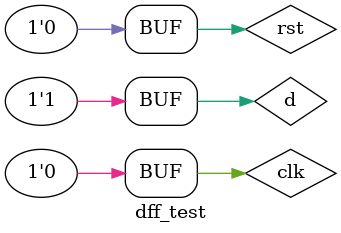
<source format=v>
`timescale 1ns / 1ps


module dff_test;

	// Inputs
	reg d;
	reg clk;
	reg rst;

	// Outputs
	wire q;

	// Instantiate the Unit Under Test (UUT)
	dff uut (
		.d(d), 
		.clk(clk), 
		.rst(rst), 
		.q(q)
	);

	initial begin
		// Initialize Inputs
		d = 0;
		clk = 0;
		rst = 0;

		// Wait 100 ns for global reset to finish
		#100;
        
		// Add stimulus here
			d=0;
		clk = 1;
		#100;
		clk = 0;
		#100;
		
		d=1;
		clk = 1;
		#100;
		d = 0;
		#20;
		d = 1;
		#20;
		
		clk = 0;
		#100;
		
		rst = 1;
		#100;
		rst = 0;
		#100;
		
		d = 1;
		clk = 1;
		#20;
		d = 0;
		#20;
		d = 1;
		#20;
		clk = 0;
		#100;
		
		d = 0;
		clk = 1;
		#100;
		clk = 0;
		#100;
		
		d = 1;
		clk = 1;
		#100;
		clk = 0;
		#100;
	end
      
endmodule


</source>
